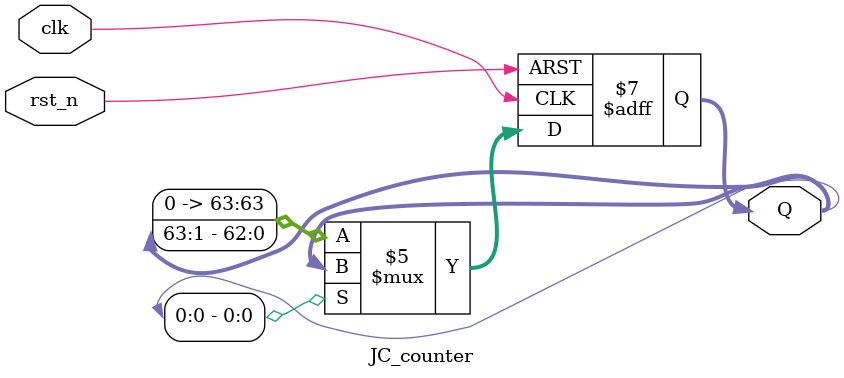
<source format=v>
`timescale 1ns/1ns

module JC_counter(
   input                clk ,
   input                rst_n,
 
   output reg [63:0]     Q  
);
    always@(posedge clk or negedge rst_n)begin
        if(!rst_n) Q <= 'd0;
        else if(!Q[0]) Q <= {1'b0, Q[63 : 1]};
        else Q <= {1'b0, Q[63 : 0]};
    end
endmodule

</source>
